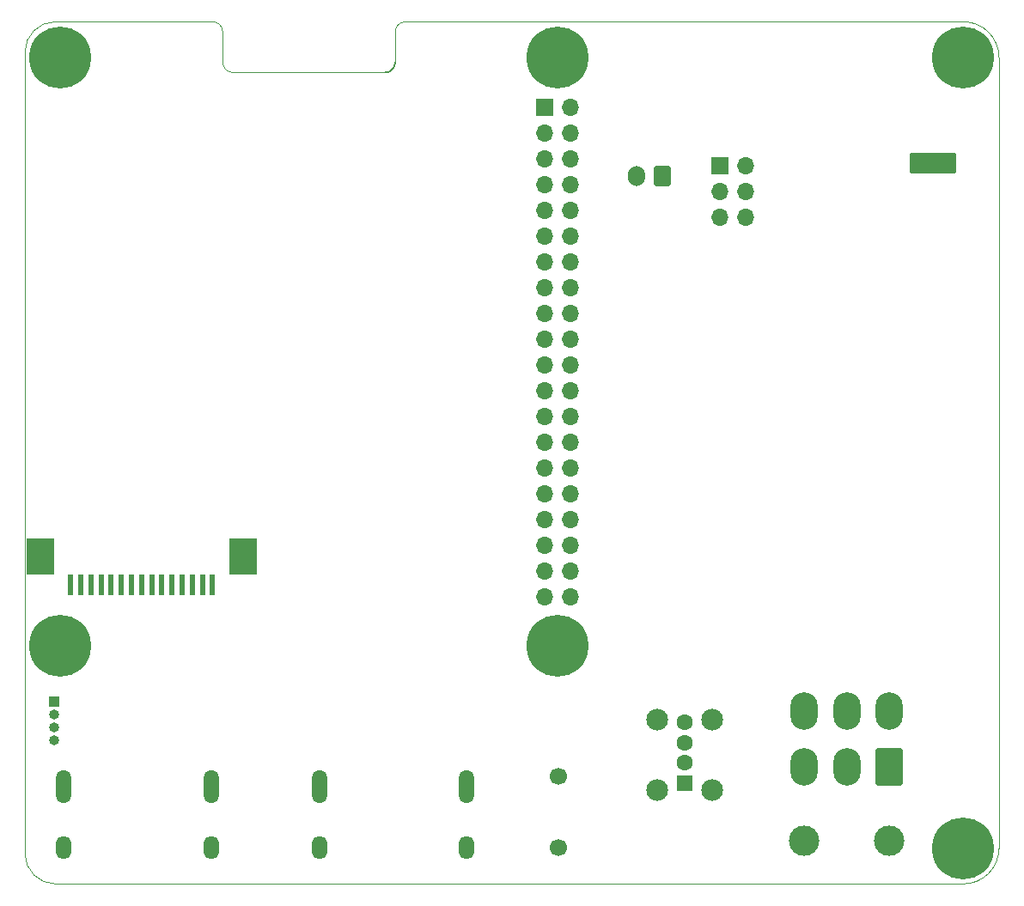
<source format=gbs>
G04 #@! TF.GenerationSoftware,KiCad,Pcbnew,(5.99.0-11120-g1d6ad4a52a)*
G04 #@! TF.CreationDate,2021-10-18T08:47:08+02:00*
G04 #@! TF.ProjectId,CarPiPowerHat,43617250-6950-46f7-9765-724861742e6b,0.2*
G04 #@! TF.SameCoordinates,Original*
G04 #@! TF.FileFunction,Soldermask,Bot*
G04 #@! TF.FilePolarity,Negative*
%FSLAX46Y46*%
G04 Gerber Fmt 4.6, Leading zero omitted, Abs format (unit mm)*
G04 Created by KiCad (PCBNEW (5.99.0-11120-g1d6ad4a52a)) date 2021-10-18 08:47:08*
%MOMM*%
%LPD*%
G01*
G04 APERTURE LIST*
G04 Aperture macros list*
%AMRoundRect*
0 Rectangle with rounded corners*
0 $1 Rounding radius*
0 $2 $3 $4 $5 $6 $7 $8 $9 X,Y pos of 4 corners*
0 Add a 4 corners polygon primitive as box body*
4,1,4,$2,$3,$4,$5,$6,$7,$8,$9,$2,$3,0*
0 Add four circle primitives for the rounded corners*
1,1,$1+$1,$2,$3*
1,1,$1+$1,$4,$5*
1,1,$1+$1,$6,$7*
1,1,$1+$1,$8,$9*
0 Add four rect primitives between the rounded corners*
20,1,$1+$1,$2,$3,$4,$5,0*
20,1,$1+$1,$4,$5,$6,$7,0*
20,1,$1+$1,$6,$7,$8,$9,0*
20,1,$1+$1,$8,$9,$2,$3,0*%
G04 Aperture macros list end*
G04 #@! TA.AperFunction,Profile*
%ADD10C,0.100000*%
G04 #@! TD*
G04 #@! TA.AperFunction,Profile*
%ADD11C,0.150000*%
G04 #@! TD*
%ADD12C,6.100000*%
%ADD13C,1.700000*%
%ADD14R,1.000000X1.000000*%
%ADD15O,1.000000X1.000000*%
%ADD16RoundRect,0.100000X2.200000X-0.900000X2.200000X0.900000X-2.200000X0.900000X-2.200000X-0.900000X0*%
%ADD17R,1.700000X1.700000*%
%ADD18O,1.700000X1.700000*%
%ADD19O,1.500000X3.300000*%
%ADD20O,1.500000X2.300000*%
%ADD21C,3.000000*%
%ADD22RoundRect,0.250001X1.099999X1.599999X-1.099999X1.599999X-1.099999X-1.599999X1.099999X-1.599999X0*%
%ADD23O,2.700000X3.700000*%
%ADD24R,1.600000X1.600000*%
%ADD25C,1.600000*%
%ADD26C,2.150000*%
%ADD27R,0.610000X2.000000*%
%ADD28R,2.680000X3.600000*%
%ADD29RoundRect,0.250000X0.600000X0.750000X-0.600000X0.750000X-0.600000X-0.750000X0.600000X-0.750000X0*%
%ADD30O,1.700000X2.000000*%
G04 APERTURE END LIST*
D10*
X81000000Y-116500000D02*
X170500000Y-116500000D01*
X98499997Y-36500003D02*
G75*
G02*
X97500000Y-35500000I3J1000000D01*
G01*
X97500000Y-35500000D02*
X97500000Y-32500000D01*
X96500003Y-31499997D02*
G75*
G02*
X97500000Y-32500000I-3J-1000000D01*
G01*
X113500000Y-36500000D02*
X98500000Y-36500000D01*
X81000000Y-116500000D02*
G75*
G02*
X78005236Y-113500005I5236J2999995D01*
G01*
X78000000Y-34500000D02*
X78005236Y-113500005D01*
X115499997Y-31500003D02*
G75*
G03*
X114500000Y-32500000I0J-999997D01*
G01*
X96500000Y-31500000D02*
X81000000Y-31500000D01*
X173999998Y-34999998D02*
G75*
G03*
X170500000Y-31500000I-3499998J0D01*
G01*
X114500000Y-32500000D02*
X114500000Y-35500000D01*
X170500000Y-31500000D02*
X115500000Y-31500000D01*
X174000000Y-35000000D02*
X174000000Y-113000000D01*
X174000002Y-113000002D02*
G75*
G02*
X170500000Y-116500000I-3500000J2D01*
G01*
D11*
X113500000Y-36500000D02*
G75*
G03*
X114500000Y-35500000I0J1000000D01*
G01*
D10*
X78000000Y-34500000D02*
G75*
G02*
X81000000Y-31500000I3000000J0D01*
G01*
D12*
X130500000Y-35000000D03*
X130500000Y-93000000D03*
X81500000Y-35000000D03*
X81500000Y-93000000D03*
D13*
X130550035Y-112900000D03*
X130550035Y-105900000D03*
D14*
X80850000Y-98550000D03*
D15*
X80850000Y-99820000D03*
X80850000Y-101090000D03*
X80850000Y-102360000D03*
D16*
X167509400Y-45428100D03*
D12*
X170500000Y-35000000D03*
D17*
X146500035Y-45659990D03*
D18*
X149040035Y-45659990D03*
X146500035Y-48199990D03*
X149040035Y-48199990D03*
X146500035Y-50739990D03*
X149040035Y-50739990D03*
D19*
X96350035Y-106949990D03*
X81850035Y-106949990D03*
D20*
X81850035Y-112909990D03*
X96350035Y-112909990D03*
D19*
X121550035Y-106949990D03*
X107050035Y-106949990D03*
D20*
X107050035Y-112909990D03*
X121550035Y-112909990D03*
D21*
X154800000Y-112274990D03*
X163200000Y-112274990D03*
D22*
X163200000Y-104974990D03*
D23*
X159000000Y-104974990D03*
X154800000Y-104974990D03*
X163200000Y-99474990D03*
X159000000Y-99474990D03*
X154800000Y-99474990D03*
D12*
X170500000Y-113000000D03*
D24*
X143000035Y-106559990D03*
D25*
X143000035Y-104559990D03*
X143000035Y-102559990D03*
X143000035Y-100559990D03*
D26*
X145720035Y-107289990D03*
X140280035Y-107289990D03*
X145720035Y-100289990D03*
X140280035Y-100289990D03*
D17*
X129210000Y-39900000D03*
D18*
X131750000Y-39900000D03*
X129210000Y-42440000D03*
X131750000Y-42440000D03*
X129210000Y-44980000D03*
X131750000Y-44980000D03*
X129210000Y-47520000D03*
X131750000Y-47520000D03*
X129210000Y-50060000D03*
X131750000Y-50060000D03*
X129210000Y-52600000D03*
X131750000Y-52600000D03*
X129210000Y-55140000D03*
X131750000Y-55140000D03*
X129210000Y-57680000D03*
X131750000Y-57680000D03*
X129210000Y-60220000D03*
X131750000Y-60220000D03*
X129210000Y-62760000D03*
X131750000Y-62760000D03*
X129210000Y-65300000D03*
X131750000Y-65300000D03*
X129210000Y-67840000D03*
X131750000Y-67840000D03*
X129210000Y-70380000D03*
X131750000Y-70380000D03*
X129210000Y-72920000D03*
X131750000Y-72920000D03*
X129210000Y-75460000D03*
X131750000Y-75460000D03*
X129210000Y-78000000D03*
X131750000Y-78000000D03*
X129210000Y-80540000D03*
X131750000Y-80540000D03*
X129210000Y-83080000D03*
X131750000Y-83080000D03*
X129210000Y-85620000D03*
X131750000Y-85620000D03*
X129210000Y-88160000D03*
X131750000Y-88160000D03*
D27*
X82500000Y-87000000D03*
X83500000Y-87000000D03*
X84500000Y-87000000D03*
X85500000Y-87000000D03*
X86500000Y-87000000D03*
X87500000Y-87000000D03*
X88500000Y-87000000D03*
X89500000Y-87000000D03*
X90500000Y-87000000D03*
X91500000Y-87000000D03*
X92500000Y-87000000D03*
X93500000Y-87000000D03*
X94500000Y-87000000D03*
X95500000Y-87000000D03*
X96500000Y-87000000D03*
D28*
X79510000Y-84200000D03*
X99490000Y-84200000D03*
D29*
X140800035Y-46699990D03*
D30*
X138300035Y-46699990D03*
M02*

</source>
